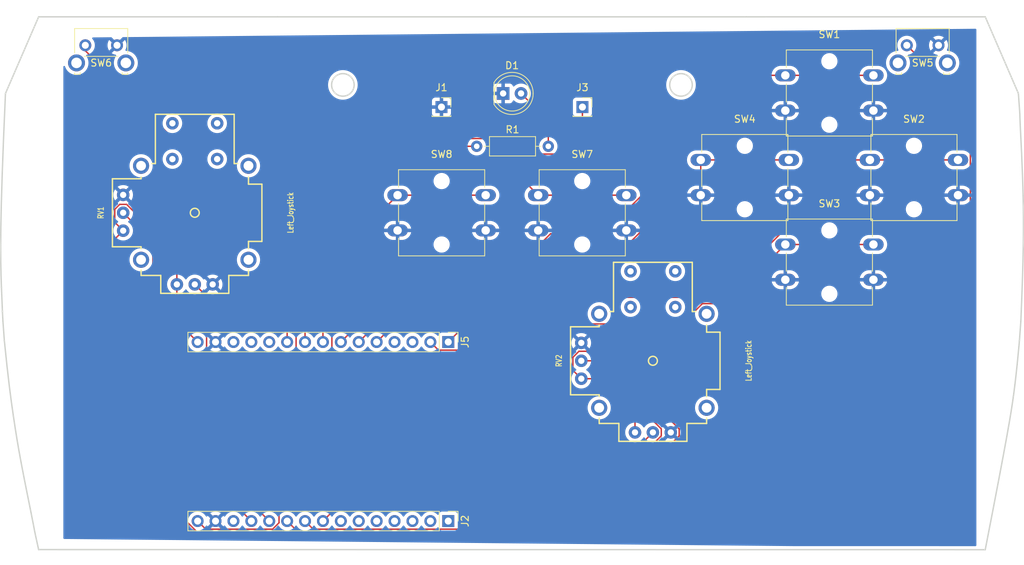
<source format=kicad_pcb>
(kicad_pcb (version 20241229) (generator "pcbnew") (generator_version "9.0")
  (layers (0 "F.Cu" signal) (2 "B.Cu" signal) (13 "F.Paste" user) (15 "B.Paste" user) (5 "F.SilkS" user "F.Silkscreen") (7 "B.SilkS" user "B.Silkscreen") (1 "F.Mask" user) (3 "B.Mask" user) (25 "Edge.Cuts" user))
  (net 0 "")
  (net 1 "/GND")
  (net 2 "Net-(D1-A)")
  (net 3 "/D22")
  (net 4 "/D4")
  (net 5 "/3V3")
  (net 6 "/D21")
  (net 7 "/D15")
  (net 8 "/D18")
  (net 9 "/D16")
  (net 10 "/TX0")
  (net 11 "/D5")
  (net 12 "/RX0")
  (net 13 "/D2")
  (net 14 "/D23")
  (net 15 "/D19")
  (net 16 "/D17")
  (net 17 "/D14")
  (net 18 "/D26")
  (net 19 "/D34")
  (net 20 "/D33")
  (net 21 "/D13")
  (net 22 "/D12")
  (net 23 "/D27")
  (net 24 "/D32")
  (net 25 "/VIN")
  (net 26 "/VP")
  (net 27 "/D25")
  (net 28 "/D35")
  (net 29 "/EN")
  (net 30 "/VN")
  (footprint "Button_Switch_THT:SW_SPST_Omron_B3F-40xx" (layer "F.Cu") (at 152.829452 65.520108)
    (property "Reference" "SW8" (at 6.25 -5.8 0) (layer "F.SilkS"))
    (property "Value" "Power")
    (fp_line (start 0.14 -3.61) (end 0.14 -1.1) (stroke (width 0.12)) (layer "F.SilkS"))
    (fp_line (start 0.14 -3.61) (end 12.36 -3.61) (stroke (width 0.12)) (layer "F.SilkS"))
    (fp_line (start 0.14 1.2) (end 0.14 3.8) (stroke (width 0.12)) (layer "F.SilkS"))
    (fp_line (start 0.14 6.1) (end 0.14 8.61) (stroke (width 0.12)) (layer "F.SilkS"))
    (fp_line (start 12.36 -3.61) (end 12.36 -1.1) (stroke (width 0.12)) (layer "F.SilkS"))
    (fp_line (start 12.36 1.2) (end 12.36 3.8) (stroke (width 0.12)) (layer "F.SilkS"))
    (fp_line (start 12.36 6.1) (end 12.36 8.61) (stroke (width 0.12)) (layer "F.SilkS"))
    (fp_line (start 12.36 8.61) (end 0.14 8.61) (stroke (width 0.12)) (layer "F.SilkS"))
    (pad "" np_thru_hole circle (at 6.25 -2) (size 1.8 1.8) (drill 1.8) (layers "*.Cu" "*.Mask"))
    (pad "" np_thru_hole circle (at 6.25 7) (size 1.8 1.8) (drill 1.8) (layers "*.Cu" "*.Mask"))
    (pad "1" thru_hole oval (at 0 0) (size 2.9 1.7) (drill 1.2) (layers "*.Cu" "*.Mask") (net 27 "/D25"))
    (pad "1" thru_hole oval (at 12.5 0) (size 2.9 1.7) (drill 1.2) (layers "*.Cu" "*.Mask") (net 27 "/D25"))
    (pad "2" thru_hole oval (at 0 5) (size 2.9 1.7) (drill 1.2) (layers "*.Cu" "*.Mask") (net 1 "/GND"))
    (pad "2" thru_hole oval (at 12.5 5) (size 2.9 1.7) (drill 1.2) (layers "*.Cu" "*.Mask") (net 1 "/GND"))
  )
  (footprint "Connector_PinHeader_2.54mm:PinHeader_1x15_P2.54mm_Vertical" (layer "F.Cu") (at 160.02 86.36 -90)
    (property "Reference" "J5" (at 0 -2.38 90) (layer "F.SilkS"))
    (property "Value" "Conn_01x15_Pin")
    (fp_line (start -1.38 36.94) (end 1.38 36.94) (stroke (width 0.12)) (layer "F.SilkS"))
    (fp_line (start -1.38 1.27) (end -1.38 36.94) (stroke (width 0.12)) (layer "F.SilkS"))
    (fp_line (start -1.38 1.27) (end 1.38 1.27) (stroke (width 0.12)) (layer "F.SilkS"))
    (fp_line (start 1.38 1.27) (end 1.38 36.94) (stroke (width 0.12)) (layer "F.SilkS"))
    (fp_line (start -1.38 0) (end -1.38 -1.38) (stroke (width 0.12)) (layer "F.SilkS"))
    (fp_line (start -1.38 -1.38) (end 0 -1.38) (stroke (width 0.12)) (layer "F.SilkS"))
    (pad "1" thru_hole rect (at 0 0 270) (size 1.7 1.7) (drill 1) (layers "*.Cu" "*.Mask") (net 14 "/D23"))
    (pad "2" thru_hole circle (at 0 2.54 270) (size 1.7 1.7) (drill 1) (layers "*.Cu" "*.Mask") (net 3 "/D22"))
    (pad "3" thru_hole circle (at 0 5.08 270) (size 1.7 1.7) (drill 1) (layers "*.Cu" "*.Mask") (net 10 "/TX0"))
    (pad "4" thru_hole circle (at 0 7.62 270) (size 1.7 1.7) (drill 1) (layers "*.Cu" "*.Mask") (net 12 "/RX0"))
    (pad "5" thru_hole circle (at 0 10.16 270) (size 1.7 1.7) (drill 1) (layers "*.Cu" "*.Mask") (net 6 "/D21"))
    (pad "6" thru_hole circle (at 0 12.7 270) (size 1.7 1.7) (drill 1) (layers "*.Cu" "*.Mask") (net 15 "/D19"))
    (pad "7" thru_hole circle (at 0 15.24 270) (size 1.7 1.7) (drill 1) (layers "*.Cu" "*.Mask") (net 8 "/D18"))
    (pad "8" thru_hole circle (at 0 17.78 270) (size 1.7 1.7) (drill 1) (layers "*.Cu" "*.Mask") (net 11 "/D5"))
    (pad "9" thru_hole circle (at 0 20.32 270) (size 1.7 1.7) (drill 1) (layers "*.Cu" "*.Mask") (net 16 "/D17"))
    (pad "10" thru_hole circle (at 0 22.86 270) (size 1.7 1.7) (drill 1) (layers "*.Cu" "*.Mask") (net 9 "/D16"))
    (pad "11" thru_hole circle (at 0 25.4 270) (size 1.7 1.7) (drill 1) (layers "*.Cu" "*.Mask") (net 4 "/D4"))
    (pad "12" thru_hole circle (at 0 27.94 270) (size 1.7 1.7) (drill 1) (layers "*.Cu" "*.Mask") (net 13 "/D2"))
    (pad "13" thru_hole circle (at 0 30.48 270) (size 1.7 1.7) (drill 1) (layers "*.Cu" "*.Mask") (net 7 "/D15"))
    (pad "14" thru_hole circle (at 0 33.02 270) (size 1.7 1.7) (drill 1) (layers "*.Cu" "*.Mask") (net 1 "/GND"))
    (pad "15" thru_hole circle (at 0 35.56 270) (size 1.7 1.7) (drill 1) (layers "*.Cu" "*.Mask") (net 5 "/3V3"))
  )
  (footprint "Connector_PinHeader_2.54mm:PinHeader_1x15_P2.54mm_Vertical" (layer "F.Cu") (at 160.02 111.76 -90)
    (property "Reference" "J2" (at 0 -2.38 90) (layer "F.SilkS"))
    (property "Value" "Conn_01x15_Pin")
    (fp_line (start -1.38 36.94) (end 1.38 36.94) (stroke (width 0.12)) (layer "F.SilkS"))
    (fp_line (start -1.38 1.27) (end -1.38 36.94) (stroke (width 0.12)) (layer "F.SilkS"))
    (fp_line (start -1.38 1.27) (end 1.38 1.27) (stroke (width 0.12)) (layer "F.SilkS"))
    (fp_line (start 1.38 1.27) (end 1.38 36.94) (stroke (width 0.12)) (layer "F.SilkS"))
    (fp_line (start -1.38 0) (end -1.38 -1.38) (stroke (width 0.12)) (layer "F.SilkS"))
    (fp_line (start -1.38 -1.38) (end 0 -1.38) (stroke (width 0.12)) (layer "F.SilkS"))
    (pad "1" thru_hole rect (at 0 0 270) (size 1.7 1.7) (drill 1) (layers "*.Cu" "*.Mask") (net 29 "/EN"))
    (pad "2" thru_hole circle (at 0 2.54 270) (size 1.7 1.7) (drill 1) (layers "*.Cu" "*.Mask") (net 26 "/VP"))
    (pad "3" thru_hole circle (at 0 5.08 270) (size 1.7 1.7) (drill 1) (layers "*.Cu" "*.Mask") (net 30 "/VN"))
    (pad "4" thru_hole circle (at 0 7.62 270) (size 1.7 1.7) (drill 1) (layers "*.Cu" "*.Mask") (net 19 "/D34"))
    (pad "5" thru_hole circle (at 0 10.16 270) (size 1.7 1.7) (drill 1) (layers "*.Cu" "*.Mask") (net 28 "/D35"))
    (pad "6" thru_hole circle (at 0 12.7 270) (size 1.7 1.7) (drill 1) (layers "*.Cu" "*.Mask") (net 24 "/D32"))
    (pad "7" thru_hole circle (at 0 15.24 270) (size 1.7 1.7) (drill 1) (layers "*.Cu" "*.Mask") (net 20 "/D33"))
    (pad "8" thru_hole circle (at 0 17.78 270) (size 1.7 1.7) (drill 1) (layers "*.Cu" "*.Mask") (net 27 "/D25"))
    (pad "9" thru_hole circle (at 0 20.32 270) (size 1.7 1.7) (drill 1) (layers "*.Cu" "*.Mask") (net 18 "/D26"))
    (pad "10" thru_hole circle (at 0 22.86 270) (size 1.7 1.7) (drill 1) (layers "*.Cu" "*.Mask") (net 23 "/D27"))
    (pad "11" thru_hole circle (at 0 25.4 270) (size 1.7 1.7) (drill 1) (layers "*.Cu" "*.Mask") (net 17 "/D14"))
    (pad "12" thru_hole circle (at 0 27.94 270) (size 1.7 1.7) (drill 1) (layers "*.Cu" "*.Mask") (net 22 "/D12"))
    (pad "13" thru_hole circle (at 0 30.48 270) (size 1.7 1.7) (drill 1) (layers "*.Cu" "*.Mask") (net 21 "/D13"))
    (pad "14" thru_hole circle (at 0 33.02 270) (size 1.7 1.7) (drill 1) (layers "*.Cu" "*.Mask") (net 1 "/GND"))
    (pad "15" thru_hole circle (at 0 35.56 270) (size 1.7 1.7) (drill 1) (layers "*.Cu" "*.Mask") (net 25 "/VIN"))
  )
  (footprint "Button_Switch_THT:SW_SPST_Omron_B3F-315x_Angled" (layer "F.Cu") (at 225.079999 44.255)
    (property "Reference" "SW5" (at 2.25 2.5 0) (layer "F.SilkS"))
    (property "Value" "Right_Shoulder")
    (fp_line (start -1.52 -2.37) (end -1.52 1.08) (stroke (width 0.12)) (layer "F.SilkS"))
    (fp_line (start -1.52 3.92) (end -1.52 4.12) (stroke (width 0.12)) (layer "F.SilkS"))
    (fp_line (start -0.73 4.12) (end -1.52 4.12) (stroke (width 0.12)) (layer "F.SilkS"))
    (fp_line (start -0.73 4.12) (end -0.73 3.87) (stroke (width 0.12)) (layer "F.SilkS"))
    (fp_line (start -0.14 1.57) (end 4.64 1.57) (stroke (width 0.12)) (layer "F.SilkS"))
    (fp_line (start 5.23 4.12) (end 5.23 3.87) (stroke (width 0.12)) (layer "F.SilkS"))
    (fp_line (start 6.02 -2.37) (end -1.52 -2.37) (stroke (width 0.12)) (layer "F.SilkS"))
    (fp_line (start 6.02 1.08) (end 6.02 -2.37) (stroke (width 0.12)) (layer "F.SilkS"))
    (fp_line (start 6.02 3.92) (end 6.02 4.12) (stroke (width 0.12)) (layer "F.SilkS"))
    (fp_line (start 6.02 4.12) (end 5.23 4.12) (stroke (width 0.12)) (layer "F.SilkS"))
    (pad "" thru_hole circle (at -1.25 2.5 180) (size 2.4 2.4) (drill 1.5) (layers "*.Cu" "*.Mask"))
    (pad "" thru_hole circle (at 5.75 2.5 180) (size 2.4 2.4) (drill 1.5) (layers "*.Cu" "*.Mask"))
    (pad "1" thru_hole circle (at 0 0 180) (size 1.7 1.7) (drill 1) (layers "*.Cu" "*.Mask") (net 3 "/D22"))
    (pad "2" thru_hole circle (at 4.5 0 180) (size 1.7 1.7) (drill 1) (layers "*.Cu" "*.Mask") (net 1 "/GND"))
  )
  (footprint "Button_Switch_THT:SW_SPST_Omron_B3F-40xx" (layer "F.Cu") (at 207.84418 72.520108)
    (property "Reference" "SW3" (at 6.25 -5.8 0) (layer "F.SilkS"))
    (property "Value" "Down")
    (fp_line (start 0.14 -3.61) (end 0.14 -1.1) (stroke (width 0.12)) (layer "F.SilkS"))
    (fp_line (start 0.14 -3.61) (end 12.36 -3.61) (stroke (width 0.12)) (layer "F.SilkS"))
    (fp_line (start 0.14 1.2) (end 0.14 3.8) (stroke (width 0.12)) (layer "F.SilkS"))
    (fp_line (start 0.14 6.1) (end 0.14 8.61) (stroke (width 0.12)) (layer "F.SilkS"))
    (fp_line (start 12.36 -3.61) (end 12.36 -1.1) (stroke (width 0.12)) (layer "F.SilkS"))
    (fp_line (start 12.36 1.2) (end 12.36 3.8) (stroke (width 0.12)) (layer "F.SilkS"))
    (fp_line (start 12.36 6.1) (end 12.36 8.61) (stroke (width 0.12)) (layer "F.SilkS"))
    (fp_line (start 12.36 8.61) (end 0.14 8.61) (stroke (width 0.12)) (layer "F.SilkS"))
    (pad "" np_thru_hole circle (at 6.25 -2) (size 1.8 1.8) (drill 1.8) (layers "*.Cu" "*.Mask"))
    (pad "" np_thru_hole circle (at 6.25 7) (size 1.8 1.8) (drill 1.8) (layers "*.Cu" "*.Mask"))
    (pad "1" thru_hole oval (at 0 0) (size 2.9 1.7) (drill 1.2) (layers "*.Cu" "*.Mask") (net 14 "/D23"))
    (pad "1" thru_hole oval (at 12.5 0) (size 2.9 1.7) (drill 1.2) (layers "*.Cu" "*.Mask") (net 14 "/D23"))
    (pad "2" thru_hole oval (at 0 5) (size 2.9 1.7) (drill 1.2) (layers "*.Cu" "*.Mask") (net 1 "/GND"))
    (pad "2" thru_hole oval (at 12.5 5) (size 2.9 1.7) (drill 1.2) (layers "*.Cu" "*.Mask") (net 1 "/GND"))
  )
  (footprint "Button_Switch_THT:SW_SPST_Omron_B3F-40xx" (layer "F.Cu") (at 195.84418 60.520108)
    (property "Reference" "SW4" (at 6.25 -5.8 0) (layer "F.SilkS"))
    (property "Value" "Left")
    (fp_line (start 0.14 -3.61) (end 0.14 -1.1) (stroke (width 0.12)) (layer "F.SilkS"))
    (fp_line (start 0.14 -3.61) (end 12.36 -3.61) (stroke (width 0.12)) (layer "F.SilkS"))
    (fp_line (start 0.14 1.2) (end 0.14 3.8) (stroke (width 0.12)) (layer "F.SilkS"))
    (fp_line (start 0.14 6.1) (end 0.14 8.61) (stroke (width 0.12)) (layer "F.SilkS"))
    (fp_line (start 12.36 -3.61) (end 12.36 -1.1) (stroke (width 0.12)) (layer "F.SilkS"))
    (fp_line (start 12.36 1.2) (end 12.36 3.8) (stroke (width 0.12)) (layer "F.SilkS"))
    (fp_line (start 12.36 6.1) (end 12.36 8.61) (stroke (width 0.12)) (layer "F.SilkS"))
    (fp_line (start 12.36 8.61) (end 0.14 8.61) (stroke (width 0.12)) (layer "F.SilkS"))
    (pad "" np_thru_hole circle (at 6.25 -2) (size 1.8 1.8) (drill 1.8) (layers "*.Cu" "*.Mask"))
    (pad "" np_thru_hole circle (at 6.25 7) (size 1.8 1.8) (drill 1.8) (layers "*.Cu" "*.Mask"))
    (pad "1" thru_hole oval (at 0 0) (size 2.9 1.7) (drill 1.2) (layers "*.Cu" "*.Mask") (net 15 "/D19"))
    (pad "1" thru_hole oval (at 12.5 0) (size 2.9 1.7) (drill 1.2) (layers "*.Cu" "*.Mask") (net 15 "/D19"))
    (pad "2" thru_hole oval (at 0 5) (size 2.9 1.7) (drill 1.2) (layers "*.Cu" "*.Mask") (net 1 "/GND"))
    (pad "2" thru_hole oval (at 12.5 5) (size 2.9 1.7) (drill 1.2) (layers "*.Cu" "*.Mask") (net 1 "/GND"))
  )
  (footprint "Joystick:Joystick" (layer "F.Cu") (at 189.055452 89.020108)
    (property "Reference" "RV2" (at -13.335 0 90) (layer "F.SilkS") (effects (font (size 0.8 0.6096) (thickness 0.127))))
    (property "Value" "Left_Joystick" (at 13.589 0 90) (layer "F.SilkS") (effects (font (size 0.8 0.6096) (thickness 0.127))))
    (fp_line (start -11.684 -4.826) (end -11.684 4.826) (stroke (width 0.2032)) (layer "F.SilkS"))
    (fp_line (start -7.62 -4.826) (end -11.684 -4.826) (stroke (width 0.2032)) (layer "F.SilkS"))
    (fp_line (start -7.62 -4.826) (end -7.62 -5.08) (stroke (width 0.2032)) (layer "F.SilkS"))
    (fp_line (start -7.62 4.826) (end -11.684 4.826) (stroke (width 0.2032)) (layer "F.SilkS"))
    (fp_line (start -7.62 4.826) (end -7.62 5.08) (stroke (width 0.2032)) (layer "F.SilkS"))
    (fp_line (start -7.62 8.128) (end -7.62 8.89) (stroke (width 0.2032)) (layer "F.SilkS"))
    (fp_line (start -5.588 -13.97) (end -5.588 -6.985) (stroke (width 0.2032)) (layer "F.SilkS"))
    (fp_line (start -5.588 -6.985) (end -6.096 -6.985) (stroke (width 0.2032)) (layer "F.SilkS"))
    (fp_line (start -4.826 8.89) (end -7.62 8.89) (stroke (width 0.2032)) (layer "F.SilkS"))
    (fp_line (start -4.826 11.43) (end -4.826 8.89) (stroke (width 0.2032)) (layer "F.SilkS"))
    (fp_line (start 4.826 8.89) (end 7.62 8.89) (stroke (width 0.2032)) (layer "F.SilkS"))
    (fp_line (start 4.826 11.43) (end -4.826 11.43) (stroke (width 0.2032)) (layer "F.SilkS"))
    (fp_line (start 4.826 11.43) (end 4.826 8.89) (stroke (width 0.2032)) (layer "F.SilkS"))
    (fp_line (start 5.588 -13.97) (end -5.588 -13.97) (stroke (width 0.2032)) (layer "F.SilkS"))
    (fp_line (start 5.588 -13.97) (end 5.588 -6.985) (stroke (width 0.2032)) (layer "F.SilkS"))
    (fp_line (start 6.096 -6.985) (end 5.588 -6.985) (stroke (width 0.2032)) (layer "F.SilkS"))
    (fp_line (start 7.62 -4.064) (end 7.62 -5.08) (stroke (width 0.2032)) (layer "F.SilkS"))
    (fp_line (start 7.62 -4.064) (end 9.525 -4.064) (stroke (width 0.2032)) (layer "F.SilkS"))
    (fp_line (start 7.62 4.064) (end 7.62 5.08) (stroke (width 0.2032)) (layer "F.SilkS"))
    (fp_line (start 7.62 4.064) (end 9.525 4.064) (stroke (width 0.2032)) (layer "F.SilkS"))
    (fp_line (start 7.62 8.128) (end 7.62 8.89) (stroke (width 0.2032)) (layer "F.SilkS"))
    (fp_line (start 9.525 -4.064) (end 9.525 4.064) (stroke (width 0.2032)) (layer "F.SilkS"))
    (fp_circle (center 0 0) (end 0 -0.635) (stroke (width 0.2032)) (fill no) (layer "F.SilkS"))
    (pad "1" thru_hole circle (at -10.16 -2.54) (size 1.778 1.778) (drill 0.889) (layers "*.Cu" "*.Mask") (net 1 "/GND"))
    (pad "2" thru_hole circle (at -10.16 0) (size 1.778 1.778) (drill 0.889) (layers "*.Cu" "*.Mask") (net 23 "/D27"))
    (pad "3" thru_hole circle (at -10.16 2.54) (size 1.778 1.778) (drill 0.889) (layers "*.Cu" "*.Mask") (net 5 "/3V3"))
    (pad "4" thru_hole circle (at -2.54 10.16) (size 1.778 1.778) (drill 0.889) (layers "*.Cu" "*.Mask") (net 5 "/3V3"))
    (pad "5" thru_hole circle (at 0 10.16) (size 1.778 1.778) (drill 0.889) (layers "*.Cu" "*.Mask") (net 18 "/D26"))
    (pad "6" thru_hole circle (at 2.54 10.16) (size 1.778 1.778) (drill 0.889) (layers "*.Cu" "*.Mask") (net 1 "/GND"))
    (pad "B1A" thru_hole circle (at -3.175 -12.7) (size 1.778 1.778) (drill 0.89916) (layers "*.Cu" "*.Mask"))
    (pad "B1B" thru_hole circle (at 3.175 -12.7) (size 1.778 1.778) (drill 0.89916) (layers "*.Cu" "*.Mask"))
    (pad "B2A" thru_hole circle (at -3.175 -7.62) (size 1.778 1.778) (drill 0.89916) (layers "*.Cu" "*.Mask"))
    (pad "B2B" thru_hole circle (at 3.175 -7.62) (size 1.778 1.778) (drill 0.89916) (layers "*.Cu" "*.Mask"))
    (pad "MOUN" thru_hole circle (at -7.62 -6.6675) (size 2.286 2.286) (drill 1.397) (layers "*.Cu" "*.Mask"))
    (pad "MOUN" thru_hole circle (at -7.62 6.6675) (size 2.286 2.286) (drill 1.397) (layers "*.Cu" "*.Mask"))
    (pad "MOUN" thru_hole circle (at 7.62 -6.6675) (size 2.286 2.286) (drill 1.397) (layers "*.Cu" "*.Mask"))
    (pad "MOUN" thru_hole circle (at 7.62 6.6675) (size 2.286 2.286) (drill 1.397) (layers "*.Cu" "*.Mask"))
  )
  (footprint "Button_Switch_THT:SW_SPST_Omron_B3F-315x_Angled" (layer "F.Cu") (at 108.525452 44.255)
    (property "Reference" "SW6" (at 2.25 2.5 0) (layer "F.SilkS"))
    (property "Value" "Left_Shoulder")
    (fp_line (start -1.52 -2.37) (end -1.52 1.08) (stroke (width 0.12)) (layer "F.SilkS"))
    (fp_line (start -1.52 3.92) (end -1.52 4.12) (stroke (width 0.12)) (layer "F.SilkS"))
    (fp_line (start -0.73 4.12) (end -1.52 4.12) (stroke (width 0.12)) (layer "F.SilkS"))
    (fp_line (start -0.73 4.12) (end -0.73 3.87) (stroke (width 0.12)) (layer "F.SilkS"))
    (fp_line (start -0.14 1.57) (end 4.64 1.57) (stroke (width 0.12)) (layer "F.SilkS"))
    (fp_line (start 5.23 4.12) (end 5.23 3.87) (stroke (width 0.12)) (layer "F.SilkS"))
    (fp_line (start 6.02 -2.37) (end -1.52 -2.37) (stroke (width 0.12)) (layer "F.SilkS"))
    (fp_line (start 6.02 1.08) (end 6.02 -2.37) (stroke (width 0.12)) (layer "F.SilkS"))
    (fp_line (start 6.02 3.92) (end 6.02 4.12) (stroke (width 0.12)) (layer "F.SilkS"))
    (fp_line (start 6.02 4.12) (end 5.23 4.12) (stroke (width 0.12)) (layer "F.SilkS"))
    (pad "" thru_hole circle (at -1.25 2.5 180) (size 2.4 2.4) (drill 1.5) (layers "*.Cu" "*.Mask"))
    (pad "" thru_hole circle (at 5.75 2.5 180) (size 2.4 2.4) (drill 1.5) (layers "*.Cu" "*.Mask"))
    (pad "1" thru_hole circle (at 0 0 180) (size 1.7 1.7) (drill 1) (layers "*.Cu" "*.Mask") (net 9 "/D16"))
    (pad "2" thru_hole circle (at 4.5 0 180) (size 1.7 1.7) (drill 1) (layers "*.Cu" "*.Mask") (net 1 "/GND"))
  )
  (footprint "Connector_PinSocket_2.54mm:PinSocket_1x01_P2.54mm_Vertical" (layer "F.Cu") (at 179.055452 53.020108)
    (property "Reference" "J3" (at 0 -2.77 0) (layer "F.SilkS"))
    (property "Value" "VIN from TP4056")
    (fp_line (start -1.33 1.21) (end -1.33 1.33) (stroke (width 0.12)) (layer "F.SilkS"))
    (fp_line (start -1.33 1.33) (end 1.33 1.33) (stroke (width 0.12)) (layer "F.SilkS"))
    (fp_line (start 0 -1.33) (end 1.33 -1.33) (stroke (width 0.12)) (layer "F.SilkS"))
    (fp_line (start 1.33 -1.33) (end 1.33 0) (stroke (width 0.12)) (layer "F.SilkS"))
    (fp_line (start 1.33 1.21) (end 1.33 1.33) (stroke (width 0.12)) (layer "F.SilkS"))
    (pad "1" thru_hole rect (at 0 0) (size 1.7 1.7) (drill 1) (layers "*.Cu" "*.Mask") (net 25 "/VIN"))
  )
  (footprint "Joystick:Joystick" (layer "F.Cu") (at 124.055452 68.020108)
    (property "Reference" "RV1" (at -13.335 0 90) (layer "F.SilkS") (effects (font (size 0.8 0.6096) (thickness 0.127))))
    (property "Value" "Left_Joystick" (at 13.589 0 90) (layer "F.SilkS") (effects (font (size 0.8 0.6096) (thickness 0.127))))
    (fp_line (start -11.684 -4.826) (end -11.684 4.826) (stroke (width 0.2032)) (layer "F.SilkS"))
    (fp_line (start -7.62 -4.826) (end -11.684 -4.826) (stroke (width 0.2032)) (layer "F.SilkS"))
    (fp_line (start -7.62 -4.826) (end -7.62 -5.08) (stroke (width 0.2032)) (layer "F.SilkS"))
    (fp_line (start -7.62 4.826) (end -11.684 4.826) (stroke (width 0.2032)) (layer "F.SilkS"))
    (fp_line (start -7.62 4.826) (end -7.62 5.08) (stroke (width 0.2032)) (layer "F.SilkS"))
    (fp_line (start -7.62 8.128) (end -7.62 8.89) (stroke (width 0.2032)) (layer "F.SilkS"))
    (fp_line (start -5.588 -13.97) (end -5.588 -6.985) (stroke (width 0.2032)) (layer "F.SilkS"))
    (fp_line (start -5.588 -6.985) (end -6.096 -6.985) (stroke (width 0.2032)) (layer "F.SilkS"))
    (fp_line (start -4.826 8.89) (end -7.62 8.89) (stroke (width 0.2032)) (layer "F.SilkS"))
    (fp_line (start -4.826 11.43) (end -4.826 8.89) (stroke (width 0.2032)) (layer "F.SilkS"))
    (fp_line (start 4.826 8.89) (end 7.62 8.89) (stroke (width 0.2032)) (layer "F.SilkS"))
    (fp_line (start 4.826 11.43) (end -4.826 11.43) (stroke (width 0.2032)) (layer "F.SilkS"))
    (fp_line (start 4.826 11.43) (end 4.826 8.89) (stroke (width 0.2032)) (layer "F.SilkS"))
    (fp_line (start 5.588 -13.97) (end -5.588 -13.97) (stroke (width 0.2032)) (layer "F.SilkS"))
    (fp_line (start 5.588 -13.97) (end 5.588 -6.985) (stroke (width 0.2032)) (layer "F.SilkS"))
    (fp_line (start 6.096 -6.985) (end 5.588 -6.985) (stroke (width 0.2032)) (layer "F.SilkS"))
    (fp_line (start 7.62 -4.064) (end 7.62 -5.08) (stroke (width 0.2032)) (layer "F.SilkS"))
    (fp_line (start 7.62 -4.064) (end 9.525 -4.064) (stroke (width 0.2032)) (layer "F.SilkS"))
    (fp_line (start 7.62 4.064) (end 7.62 5.08) (stroke (width 0.2032)) (layer "F.SilkS"))
    (fp_line (start 7.62 4.064) (end 9.525 4.064) (stroke (width 0.2032)) (layer "F.SilkS"))
    (fp_line (start 7.62 8.128) (end 7.62 8.89) (stroke (width 0.2032)) (layer "F.SilkS"))
    (fp_line (start 9.525 -4.064) (end 9.525 4.064) (stroke (width 0.2032)) (layer "F.SilkS"))
    (fp_circle (center 0 0) (end 0 -0.635) (stroke (width 0.2032)) (fill no) (layer "F.SilkS"))
    (pad "1" thru_hole circle (at -10.16 -2.54) (size 1.778 1.778) (drill 0.889) (layers "*.Cu" "*.Mask") (net 1 "/GND"))
    (pad "2" thru_hole circle (at -10.16 0) (size 1.778 1.778) (drill 0.889) (layers "*.Cu" "*.Mask") (net 22 "/D12"))
    (pad "3" thru_hole circle (at -10.16 2.54) (size 1.778 1.778) (drill 0.889) (layers "*.Cu" "*.Mask") (net 5 "/3V3"))
    (pad "4" thru_hole circle (at -2.54 10.16) (size 1.778 1.778) (drill 0.889) (layers "*.Cu" "*.Mask") (net 5 "/3V3"))
    (pad "5" thru_hole circle (at 0 10.16) (size 1.778 1.778) (drill 0.889) (layers "*.Cu" "*.Mask") (net 17 "/D14"))
    (pad "6" thru_hole circle (at 2.54 10.16) (size 1.778 1.778) (drill 0.889) (layers "*.Cu" "*.Mask") (net 1 "/GND"))
    (pad "B1A" thru_hole circle (at -3.175 -12.7) (size 1.778 1.778) (drill 0.89916) (layers "*.Cu" "*.Mask"))
    (pad "B1B" thru_hole circle (at 3.175 -12.7) (size 1.778 1.778) (drill 0.89916) (layers "*.Cu" "*.Mask"))
    (pad "B2A" thru_hole circle (at -3.175 -7.62) (size 1.778 1.778) (drill 0.89916) (layers "*.Cu" "*.Mask"))
    (pad "B2B" thru_hole circle (at 3.175 -7.62) (size 1.778 1.778) (drill 0.89916) (layers "*.Cu" "*.Mask"))
    (pad "MOUN" thru_hole circle (at -7.62 -6.6675) (size 2.286 2.286) (drill 1.397) (layers "*.Cu" "*.Mask"))
    (pad "MOUN" thru_hole circle (at -7.62 6.6675) (size 2.286 2.286) (drill 1.397) (layers "*.Cu" "*.Mask"))
    (pad "MOUN" thru_hole circle (at 7.62 -6.6675) (size 2.286 2.286) (drill 1.397) (layers "*.Cu" "*.Mask"))
    (pad "MOUN" thru_hole circle (at 7.62 6.6675) (size 2.286 2.286) (drill 1.397) (layers "*.Cu" "*.Mask"))
  )
  (footprint "LED_THT:LED_D5.0mm" (layer "F.Cu") (at 167.805729 51.087338)
    (property "Reference" "D1" (at 1.27 -3.96 0) (layer "F.SilkS"))
    (property "Value" "LED")
    (fp_line (start -1.29 -1.545) (end -1.29 1.545) (stroke (width 0.12)) (layer "F.SilkS"))
    (fp_arc (start -1.29 -1.54483) (mid 2.071756 -2.880501) (end 4.26 -0.000048) (stroke (width 0.12)) (layer "F.SilkS"))
    (fp_arc (start 4.26 0.000048) (mid 2.071756 2.880501) (end -1.29 1.54483) (stroke (width 0.12)) (layer "F.SilkS"))
    (fp_circle (center 1.27 0) (end 3.77 0) (stroke (width 0.12)) (fill no) (layer "F.SilkS"))
    (pad "1" thru_hole rect (at 0 0) (size 1.8 1.8) (drill 0.9) (layers "*.Cu" "*.Mask") (net 1 "/GND"))
    (pad "2" thru_hole circle (at 2.54 0) (size 1.8 1.8) (drill 0.9) (layers "*.Cu" "*.Mask") (net 2 "Net-(D1-A)"))
  )
  (footprint "Button_Switch_THT:SW_SPST_Omron_B3F-40xx" (layer "F.Cu") (at 219.84418 60.520108)
    (property "Reference" "SW2" (at 6.25 -5.8 0) (layer "F.SilkS"))
    (property "Value" "Right")
    (fp_line (start 0.14 -3.61) (end 0.14 -1.1) (stroke (width 0.12)) (layer "F.SilkS"))
    (fp_line (start 0.14 -3.61) (end 12.36 -3.61) (stroke (width 0.12)) (layer "F.SilkS"))
    (fp_line (start 0.14 1.2) (end 0.14 3.8) (stroke (width 0.12)) (layer "F.SilkS"))
    (fp_line (start 0.14 6.1) (end 0.14 8.61) (stroke (width 0.12)) (layer "F.SilkS"))
    (fp_line (start 12.36 -3.61) (end 12.36 -1.1) (stroke (width 0.12)) (layer "F.SilkS"))
    (fp_line (start 12.36 1.2) (end 12.36 3.8) (stroke (width 0.12)) (layer "F.SilkS"))
    (fp_line (start 12.36 6.1) (end 12.36 8.61) (stroke (width 0.12)) (layer "F.SilkS"))
    (fp_line (start 12.36 8.61) (end 0.14 8.61) (stroke (width 0.12)) (layer "F.SilkS"))
    (pad "" np_thru_hole circle (at 6.25 -2) (size 1.8 1.8) (drill 1.8) (layers "*.Cu" "*.Mask"))
    (pad "" np_thru_hole circle (at 6.25 7) (size 1.8 1.8) (drill 1.8) (layers "*.Cu" "*.Mask"))
    (pad "1" thru_hole oval (at 0 0) (size 2.9 1.7) (drill 1.2) (layers "*.Cu" "*.Mask") (net 6 "/D21"))
    (pad "1" thru_hole oval (at 12.5 0) (size 2.9 1.7) (drill 1.2) (layers "*.Cu" "*.Mask") (net 6 "/D21"))
    (pad "2" thru_hole oval (at 0 5) (size 2.9 1.7) (drill 1.2) (layers "*.Cu" "*.Mask") (net 1 "/GND"))
    (pad "2" thru_hole oval (at 12.5 5) (size 2.9 1.7) (drill 1.2) (layers "*.Cu" "*.Mask") (net 1 "/GND"))
  )
  (footprint "Resistor_THT:R_Axial_DIN0207_L6.3mm_D2.5mm_P10.16mm_Horizontal" (layer "F.Cu") (at 164.055729 58.587338)
    (property "Reference" "R1" (at 5.08 -2.37 0) (layer "F.SilkS"))
    (property "Value" "R")
    (fp_line (start 1.04 0) (end 1.81 0) (stroke (width 0.12)) (layer "F.SilkS"))
    (fp_line (start 1.81 -1.37) (end 1.81 1.37) (stroke (width 0.12)) (layer "F.SilkS"))
    (fp_line (start 1.81 1.37) (end 8.35 1.37) (stroke (width 0.12)) (layer "F.SilkS"))
    (fp_line (start 8.35 -1.37) (end 1.81 -1.37) (stroke (width 0.12)) (layer "F.SilkS"))
    (fp_line (start 8.35 1.37) (end 8.35 -1.37) (stroke (width 0.12)) (layer "F.SilkS"))
    (fp_line (start 9.12 0) (end 8.35 0) (stroke (width 0.12)) (layer "F.SilkS"))
    (pad "1" thru_hole circle (at 0 0) (size 1.6 1.6) (drill 0.8) (layers "*.Cu" "*.Mask") (net 16 "/D17"))
    (pad "2" thru_hole oval (at 10.16 0) (size 1.6 1.6) (drill 0.8) (layers "*.Cu" "*.Mask") (net 2 "Net-(D1-A)"))
  )
  (footprint "Button_Switch_THT:SW_SPST_Omron_B3F-40xx" (layer "F.Cu") (at 172.781452 65.520108)
    (property "Reference" "SW7" (at 6.25 -5.8 0) (layer "F.SilkS"))
    (property "Value" "Wifi")
    (fp_line (start 0.14 -3.61) (end 0.14 -1.1) (stroke (width 0.12)) (layer "F.SilkS"))
    (fp_line (start 0.14 -3.61) (end 12.36 -3.61) (stroke (width 0.12)) (layer "F.SilkS"))
    (fp_line (start 0.14 1.2) (end 0.14 3.8) (stroke (width 0.12)) (layer "F.SilkS"))
    (fp_line (start 0.14 6.1) (end 0.14 8.61) (stroke (width 0.12)) (layer "F.SilkS"))
    (fp_line (start 12.36 -3.61) (end 12.36 -1.1) (stroke (width 0.12)) (layer "F.SilkS"))
    (fp_line (start 12.36 1.2) (end 12.36 3.8) (stroke (width 0.12)) (layer "F.SilkS"))
    (fp_line (start 12.36 6.1) (end 12.36 8.61) (stroke (width 0.12)) (layer "F.SilkS"))
    (fp_line (start 12.36 8.61) (end 0.14 8.61) (stroke (width 0.12)) (layer "F.SilkS"))
    (pad "" np_thru_hole circle (at 6.25 -2) (size 1.8 1.8) (drill 1.8) (layers "*.Cu" "*.Mask"))
    (pad "" np_thru_hole circle (at 6.25 7) (size 1.8 1.8) (drill 1.8) (layers "*.Cu" "*.Mask"))
    (pad "1" thru_hole oval (at 0 0) (size 2.9 1.7) (drill 1.2) (layers "*.Cu" "*.Mask") (net 11 "/D5"))
    (pad "1" thru_hole oval (at 12.5 0) (size 2.9 1.7) (drill 1.2) (layers "*.Cu" "*.Mask") (net 11 "/D5"))
    (pad "2" thru_hole oval (at 0 5) (size 2.9 1.7) (drill 1.2) (layers "*.Cu" "*.Mask") (net 1 "/GND"))
    (pad "2" thru_hole oval (at 12.5 5) (size 2.9 1.7) (drill 1.2) (layers "*.Cu" "*.Mask") (net 1 "/GND"))
  )
  (footprint "Connector_PinSocket_2.54mm:PinSocket_1x01_P2.54mm_Vertical" (layer "F.Cu") (at 159.055452 53.020108)
    (property "Reference" "J1" (at 0 -2.77 0) (layer "F.SilkS"))
    (property "Value" "GND from TP4056")
    (fp_line (start -1.33 1.21) (end -1.33 1.33) (stroke (width 0.12)) (layer "F.SilkS"))
    (fp_line (start -1.33 1.33) (end 1.33 1.33) (stroke (width 0.12)) (layer "F.SilkS"))
    (fp_line (start 0 -1.33) (end 1.33 -1.33) (stroke (width 0.12)) (layer "F.SilkS"))
    (fp_line (start 1.33 -1.33) (end 1.33 0) (stroke (width 0.12)) (layer "F.SilkS"))
    (fp_line (start 1.33 1.21) (end 1.33 1.33) (stroke (width 0.12)) (layer "F.SilkS"))
    (pad "1" thru_hole rect (at 0 0) (size 1.7 1.7) (drill 1) (layers "*.Cu" "*.Mask") (net 1 "/GND"))
  )
  (footprint "Button_Switch_THT:SW_SPST_Omron_B3F-40xx" (layer "F.Cu") (at 207.84418 48.520108)
    (property "Reference" "SW1" (at 6.25 -5.8 0) (layer "F.SilkS"))
    (property "Value" "Up")
    (fp_line (start 0.14 -3.61) (end 0.14 -1.1) (stroke (width 0.12)) (layer "F.SilkS"))
    (fp_line (start 0.14 -3.61) (end 12.36 -3.61) (stroke (width 0.12)) (layer "F.SilkS"))
    (fp_line (start 0.14 1.2) (end 0.14 3.8) (stroke (width 0.12)) (layer "F.SilkS"))
    (fp_line (start 0.14 6.1) (end 0.14 8.61) (stroke (width 0.12)) (layer "F.SilkS"))
    (fp_line (start 12.36 -3.61) (end 12.36 -1.1) (stroke (width 0.12)) (layer "F.SilkS"))
    (fp_line (start 12.36 1.2) (end 12.36 3.8) (stroke (width 0.12)) (layer "F.SilkS"))
    (fp_line (start 12.36 6.1) (end 12.36 8.61) (stroke (width 0.12)) (layer "F.SilkS"))
    (fp_line (start 12.36 8.61) (end 0.14 8.61) (stroke (width 0.12)) (layer "F.SilkS"))
    (pad "" np_thru_hole circle (at 6.25 -2) (size 1.8 1.8) (drill 1.8) (layers "*.Cu" "*.Mask"))
    (pad "" np_thru_hole circle (at 6.25 7) (size 1.8 1.8) (drill 1.8) (layers "*.Cu" "*.Mask"))
    (pad "1" thru_hole oval (at 0 0) (size 2.9 1.7) (drill 1.2) (layers "*.Cu" "*.Mask") (net 8 "/D18"))
    (pad "1" thru_hole oval (at 12.5 0) (size 2.9 1.7) (drill 1.2) (layers "*.Cu" "*.Mask") (net 8 "/D18"))
    (pad "2" thru_hole oval (at 0 5) (size 2.9 1.7) (drill 1.2) (layers "*.Cu" "*.Mask") (net 1 "/GND"))
    (pad "2" thru_hole oval (at 12.5 5) (size 2.9 1.7) (drill 1.2) (layers "*.Cu" "*.Mask") (net 1 "/GND"))
  )
  (gr_curve (pts (xy 240.190174 94.144501) (xy 240.256901 93.669661) (xy 240.320536 93.207167) (xy 240.414074 92.43733)) (stroke (width 0.2)) (layer "Edge.Cuts"))
  (gr_curve (pts (xy 97.037365 86.167135) (xy 97.592468 91.751467) (xy 97.975487 94.531478) (xy 98.31625 96.845362)) (stroke (width 0.2)) (layer "Edge.Cuts"))
  (gr_curve (pts (xy 100.811409 110.510423) (xy 101.617381 114.521424) (xy 100.957342 111.500331) (xy 101.897919 115.805488)) (stroke (width 0.2)) (layer "Edge.Cuts"))
  (gr_line (start 236.208483 40.218613) (end 240.910463 51.087338) (stroke (width 0.2)) (layer "Edge.Cuts"))
  (gr_curve (pts (xy 241.578671 65.574253) (xy 241.480025 61.317663) (xy 241.258419 57.337228) (xy 241.174809 55.622117)) (stroke (width 0.2)) (layer "Edge.Cuts"))
  (gr_curve (pts (xy 241.174809 55.622117) (xy 241.04353 52.929132) (xy 241.252467 55.821029) (xy 240.910463 51.087338)) (stroke (width 0.2)) (layer "Edge.Cuts"))
  (gr_curve (pts (xy 240.98155 87.024183) (xy 241.01129 86.712853) (xy 240.961598 87.291061) (xy 241.058469 86.163886)) (stroke (width 0.2)) (layer "Edge.Cuts"))
  (gr_curve (pts (xy 99.408404 103.418375) (xy 99.86144 105.830438) (xy 100.468844 108.805615) (xy 100.811409 110.510423)) (stroke (width 0.2)) (layer "Edge.Cuts"))
  (gr_curve (pts (xy 240.743625 89.490348) (xy 240.853474 88.417194) (xy 240.953313 87.319768) (xy 240.98155 87.024183)) (stroke (width 0.2)) (layer "Edge.Cuts"))
  (gr_line (start 96.836111 83.410521) (end 97.03736 86.167135) (stroke (width 0.2)) (layer "Edge.Cuts"))
  (gr_line (start 101.90238 40.218613) (end 135.813598 40.220108) (stroke (width 0.2)) (layer "Edge.Cuts"))
  (gr_curve (pts (xy 97.196569 51.087338) (xy 96.377593 69.180812) (xy 96.464801 74.29194) (xy 96.624845 78.591156)) (stroke (width 0.2)) (layer "Edge.Cuts"))
  (gr_curve (pts (xy 236.208429 115.820434) (xy 239.431395 99.29418) (xy 239.850785 96.559634) (xy 240.190174 94.144501)) (stroke (width 0.2)) (layer "Edge.Cuts"))
  (gr_circle (center 145.068443 49.875251) (end 146.668443 49.875251) (stroke (width 0.2)) (fill no) (layer "Edge.Cuts"))
  (gr_curve (pts (xy 241.259386 83.411169) (xy 241.653021 74.359884) (xy 241.677276 69.829104) (xy 241.578671 65.574253)) (stroke (width 0.2)) (layer "Edge.Cuts"))
  (gr_curve (pts (xy 240.414074 92.43733) (xy 240.507537 91.668101) (xy 240.630856 90.592014) (xy 240.743625 89.490348)) (stroke (width 0.2)) (layer "Edge.Cuts"))
  (gr_line (start 97.196518 51.087338) (end 101.90238 40.218613) (stroke (width 0.2)) (layer "Edge.Cuts"))
  (gr_line (start 241.259436 83.411169) (end 241.058469 86.163886) (stroke (width 0.2)) (layer "Edge.Cuts"))
  (gr_curve (pts (xy 96.767643 82.036218) (xy 96.77331 82.22563) (xy 96.710555 81.041598) (xy 96.836111 83.410521)) (stroke (width 0.2)) (layer "Edge.Cuts"))
  (gr_line (start 101.897919 115.805488) (end 236.208429 115.820434) (stroke (width 0.2)) (layer "Edge.Cuts"))
  (gr_curve (pts (xy 96.624845 78.591156) (xy 96.687777 80.281681) (xy 96.761971 81.846669) (xy 96.767643 82.036218)) (stroke (width 0.2)) (layer "Edge.Cuts"))
  (gr_circle (center 193.042461 49.875251) (end 194.642461 49.875251) (stroke (width 0.2)) (fill no) (layer "Edge.Cuts"))
  (gr_curve (pts (xy 98.31625 96.845362) (xy 98.657097 99.159815) (xy 98.955669 101.007911) (xy 99.408404 103.418375)) (stroke (width 0.2)) (layer "Edge.Cuts"))
  (gr_line (start 202.298214 40.220108) (end 236.208483 40.218613) (stroke (width 0.2)) (layer "Edge.Cuts"))
  (gr_line (start 135.813598 40.220108) (end 202.298214 40.220108) (stroke (width 0.2)) (layer "Edge.Cuts"))
  (segment (start 174.215729 58.587338) (end 174.215729 54.957338) (width 0.2) (layer "F.Cu") (net 2))
  (segment (start 174.215729 54.957338) (end 170.345729 51.087338) (width 0.2) (layer "F.Cu") (net 2))
  (segment (start 178.000892 84.889108) (end 223.720892 84.889108) (width 0.2) (layer "F.Cu") (net 3))
  (segment (start 158.631 87.511) (end 175.379 87.511) (width 0.2) (layer "F.Cu") (net 3))
  (segment (start 175.379 87.511) (end 178.000892 84.889108) (width 0.2) (layer "F.Cu") (net 3))
  (segment (start 234.09518 74.51482) (end 234.09518 53.270181) (width 0.2) (layer "F.Cu") (net 3))
  (segment (start 223.720892 84.889108) (end 234.09518 74.51482) (width 0.2) (layer "F.Cu") (net 3))
  (segment (start 234.09518 53.270181) (end 225.079999 44.255) (width 0.2) (layer "F.Cu") (net 3))
  (segment (start 157.48 86.36) (end 158.631 87.511) (width 0.2) (layer "F.Cu") (net 3))
  (segment (start 121.515452 78.180108) (end 121.515452 83.415452) (width 0.2) (layer "F.Cu") (net 5))
  (segment (start 192.785452 99.673023) (end 178.745475 113.713) (width 0.2) (layer "F.Cu") (net 5))
  (segment (start 121.515452 78.180108) (end 121.515452 73.957193) (width 0.2) (layer "F.Cu") (net 5))
  (segment (start 178.895452 91.560108) (end 177.705452 90.370108) (width 0.2) (layer "F.Cu") (net 5))
  (segment (start 181.768367 87.670108) (end 192.785452 98.687193) (width 0.2) (layer "F.Cu") (net 5))
  (segment (start 112.304452 72.151108) (end 113.895452 70.560108) (width 0.2) (layer "F.Cu") (net 5))
  (segment (start 124.78524 113.713) (end 112.304452 101.232212) (width 0.2) (layer "F.Cu") (net 5))
  (segment (start 178.895452 91.560108) (end 180.460108 91.560108) (width 0.2) (layer "F.Cu") (net 5))
  (segment (start 178.562537 87.670108) (end 181.768367 87.670108) (width 0.2) (layer "F.Cu") (net 5))
  (segment (start 121.515452 73.957193) (end 114.388367 66.830108) (width 0.2) (layer "F.Cu") (net 5))
  (segment (start 178.745475 113.713) (end 124.78524 113.713) (width 0.2) (layer "F.Cu") (net 5))
  (segment (start 186.515452 97.615452) (end 186.515452 99.180108) (width 0.2) (layer "F.Cu") (net 5))
  (segment (start 177.705452 88.527193) (end 178.562537 87.670108) (width 0.2) (layer "F.Cu") (net 5))
  (segment (start 113.402537 66.830108) (end 112.705452 67.527193) (width 0.2) (layer "F.Cu") (net 5))
  (segment (start 112.705452 69.370108) (end 113.895452 70.560108) (width 0.2) (layer "F.Cu") (net 5))
  (segment (start 121.515452 83.415452) (end 124.46 86.36) (width 0.2) (layer "F.Cu") (net 5))
  (segment (start 177.705452 90.370108) (end 177.705452 88.527193) (width 0.2) (layer "F.Cu") (net 5))
  (segment (start 112.304452 101.232212) (end 112.304452 72.151108) (width 0.2) (layer "F.Cu") (net 5))
  (segment (start 112.705452 67.527193) (end 112.705452 69.370108) (width 0.2) (layer "F.Cu") (net 5))
  (segment (start 114.388367 66.830108) (end 113.402537 66.830108) (width 0.2) (layer "F.Cu") (net 5))
  (segment (start 180.460108 91.560108) (end 186.515452 97.615452) (width 0.2) (layer "F.Cu") (net 5))
  (segment (start 192.785452 98.687193) (end 192.785452 99.673023) (width 0.2) (layer "F.Cu") (net 5))
  (segment (start 219.84418 60.520108) (end 217.61642 60.520108) (width 0.2) (layer "F.Cu") (net 6))
  (segment (start 156.202924 80.017076) (end 149.86 86.36) (width 0.2) (layer "F.Cu") (net 6))
  (segment (start 219.84418 60.520108) (end 232.34418 60.520108) (width 0.2) (layer "F.Cu") (net 6))
  (segment (start 198.119452 80.017076) (end 156.202924 80.017076) (width 0.2) (layer "F.Cu") (net 6))
  (segment (start 217.61642 60.520108) (end 198.119452 80.017076) (width 0.2) (layer "F.Cu") (net 6))
  (segment (start 154.94 76.2) (end 144.78 86.36) (width 0.2) (layer "F.Cu") (net 8))
  (segment (start 169.32932 76.2) (end 154.94 76.2) (width 0.2) (layer "F.Cu") (net 8))
  (segment (start 207.84418 48.520108) (end 204.509212 48.520108) (width 0.2) (layer "F.Cu") (net 8))
  (segment (start 207.84418 48.520108) (end 220.34418 48.520108) (width 0.2) (layer "F.Cu") (net 8))
  (segment (start 204.509212 48.520108) (end 182.032452 70.996868) (width 0.2) (layer "F.Cu") (net 8))
  (segment (start 174.532452 70.996868) (end 169.32932 76.2) (width 0.2) (layer "F.Cu") (net 8))
  (segment (start 182.032452 70.996868) (end 174.532452 70.996868) (width 0.2) (layer "F.Cu") (net 8))
  (segment (start 137.16 73.66) (end 137.16 86.36) (width 0.2) (layer "F.Cu") (net 9))
  (segment (start 108.555452 45.055452) (end 137.16 73.66) (width 0.2) (layer "F.Cu") (net 9))
  (segment (start 108.555452 44.255) (end 108.555452 45.055452) (width 0.2) (layer "F.Cu") (net 9))
  (segment (start 168.221344 60.96) (end 151.13 60.96) (width 0.2) (layer "F.Cu") (net 11))
  (segment (start 172.781452 65.520108) (end 168.221344 60.96) (width 0.2) (layer "F.Cu") (net 11))
  (segment (start 151.13 60.96) (end 142.24 69.85) (width 0.2) (layer "F.Cu") (net 11))
  (segment (start 142.24 69.85) (end 142.24 86.36) (width 0.2) (layer "F.Cu") (net 11))
  (segment (start 172.781452 65.520108) (end 185.281452 65.520108) (width 0.2) (layer "F.Cu") (net 11))
  (segment (start 207.84418 72.520108) (end 220.34418 72.520108) (width 0.2) (layer "F.Cu") (net 14))
  (segment (start 160.02 86.36) (end 162.583392 83.796608) (width 0.2) (layer "F.Cu") (net 14))
  (segment (start 196.077327 80.908608) (end 199.45568 80.908608) (width 0.2) (layer "F.Cu") (net 14))
  (segment (start 193.189327 83.796608) (end 196.077327 80.908608) (width 0.2) (layer "F.Cu") (net 14))
  (segment (start 199.45568 80.908608) (end 207.84418 72.520108) (width 0.2) (layer "F.Cu") (net 14))
  (segment (start 162.583392 83.796608) (end 193.189327 83.796608) (width 0.2) (layer "F.Cu") (net 14))
  (segment (start 195.84418 60.520108) (end 208.34418 60.520108) (width 0.2) (layer "F.Cu") (net 15))
  (segment (start 195.84418 62.18514) (end 180.55932 77.47) (width 0.2) (layer "F.Cu") (net 15))
  (segment (start 156.21 77.47) (end 147.32 86.36) (width 0.2) (layer "F.Cu") (net 15))
  (segment (start 195.84418 60.520108) (end 195.84418 62.18514) (width 0.2) (layer "F.Cu") (net 15))
  (segment (start 180.55932 77.47) (end 156.21 77.47) (width 0.2) (layer "F.Cu") (net 15))
  (segment (start 139.7 71.8229) (end 139.7 86.36) (width 0.2) (layer "F.Cu") (net 16))
  (segment (start 164.055729 58.587338) (end 152.935562 58.587338) (width 0.2) (layer "F.Cu") (net 16))
  (segment (start 152.935562 58.587338) (end 139.7 71.8229) (width 0.2) (layer "F.Cu") (net 16))
  (segment (start 124.055452 78.180108) (end 125.73 79.854656) (width 0.2) (layer "F.Cu") (net 17))
  (segment (start 125.73 79.854656) (end 125.73 102.87) (width 0.2) (layer "F.Cu") (net 17))
  (segment (start 125.73 102.87) (end 134.62 111.76) (width 0.2) (layer "F.Cu") (net 17))
  (segment (start 175.32456 112.911) (end 140.851 112.911) (width 0.2) (layer "F.Cu") (net 18))
  (segment (start 189.055452 99.180108) (end 175.32456 112.911) (width 0.2) (layer "F.Cu") (net 18))
  (segment (start 140.851 112.911) (end 139.7 111.76) (width 0.2) (layer "F.Cu") (net 18))
  (segment (start 113.895452 68.020108) (end 118.11 72.234656) (width 0.2) (layer "F.Cu") (net 22))
  (segment (start 118.11 72.234656) (end 118.11 97.79) (width 0.2) (layer "F.Cu") (net 22))
  (segment (start 118.11 97.79) (end 132.08 111.76) (width 0.2) (layer "F.Cu") (net 22))
  (segment (start 190.245452 99.673023) (end 176.606475 113.312) (width 0.2) (layer "F.Cu") (net 23))
  (segment (start 176.606475 113.312) (end 138.712 113.312) (width 0.2) (layer "F.Cu") (net 23))
  (segment (start 178.895452 89.020108) (end 180.578367 89.020108) (width 0.2) (layer "F.Cu") (net 23))
  (segment (start 138.712 113.312) (end 137.16 111.76) (width 0.2) (layer "F.Cu") (net 23))
  (segment (start 190.245452 98.687193) (end 190.245452 99.673023) (width 0.2) (layer "F.Cu") (net 23))
  (segment (start 180.578367 89.020108) (end 190.245452 98.687193) (width 0.2) (layer "F.Cu") (net 23))
  (segment (start 135.09676 112.911) (end 136.009 111.99876) (width 0.2) (layer "F.Cu") (net 25))
  (segment (start 125.611 112.911) (end 135.09676 112.911) (width 0.2) (layer "F.Cu") (net 25))
  (segment (start 136.009 111.99876) (end 136.009 98.941) (width 0.2) (layer "F.Cu") (net 25))
  (segment (start 138.43 72.5258) (end 138.43 96.52) (width 0.2) (layer "F.Cu") (net 25))
  (segment (start 168.91 59.69) (end 175.26 59.69) (width 0.2) (layer "F.Cu") (net 25))
  (segment (start 153.469462 57.486338) (end 166.706338 57.486338) (width 0.2) (layer "F.Cu") (net 25))
  (segment (start 136.009 98.941) (end 138.43 96.52) (width 0.2) (layer "F.Cu") (net 25))
  (segment (start 138.43 72.5258) (end 153.469462 57.486338) (width 0.2) (layer "F.Cu") (net 25))
  (segment (start 179.055452 55.894548) (end 179.055452 53.020108) (width 0.2) (layer "F.Cu") (net 25))
  (segment (start 166.706338 57.486338) (end 168.91 59.69) (width 0.2) (layer "F.Cu") (net 25))
  (segment (start 175.26 59.69) (end 179.055452 55.894548) (width 0.2) (layer "F.Cu") (net 25))
  (segment (start 124.46 111.76) (end 125.611 112.911) (width 0.2) (layer "F.Cu") (net 25))
  (segment (start 165.329452 65.520108) (end 152.829452 65.520108) (width 0.2) (layer "F.Cu") (net 27))
  (segment (start 143.51 74.83956) (end 143.51 110.49) (width 0.2) (layer "F.Cu") (net 27))
  (segment (start 143.51 110.49) (end 142.24 111.76) (width 0.2) (layer "F.Cu") (net 27))
  (segment (start 152.829452 65.520108) (end 143.51 74.83956) (width 0.2) (layer "F.Cu") (net 27))
  (zone (net 1) (net_name "/GND") (layer "B.Cu") (connect_pads (clearance 0.5)) (min_thickness 0.25) (fill yes (thermal_gap 0.5) (thermal_bridge_width 0.5))
    (polygon (pts (xy 105.41 43.18) (xy 234.95 41.91) (xy 234.95 115.57) (xy 105.41 114.3)))
  )
)
</source>
